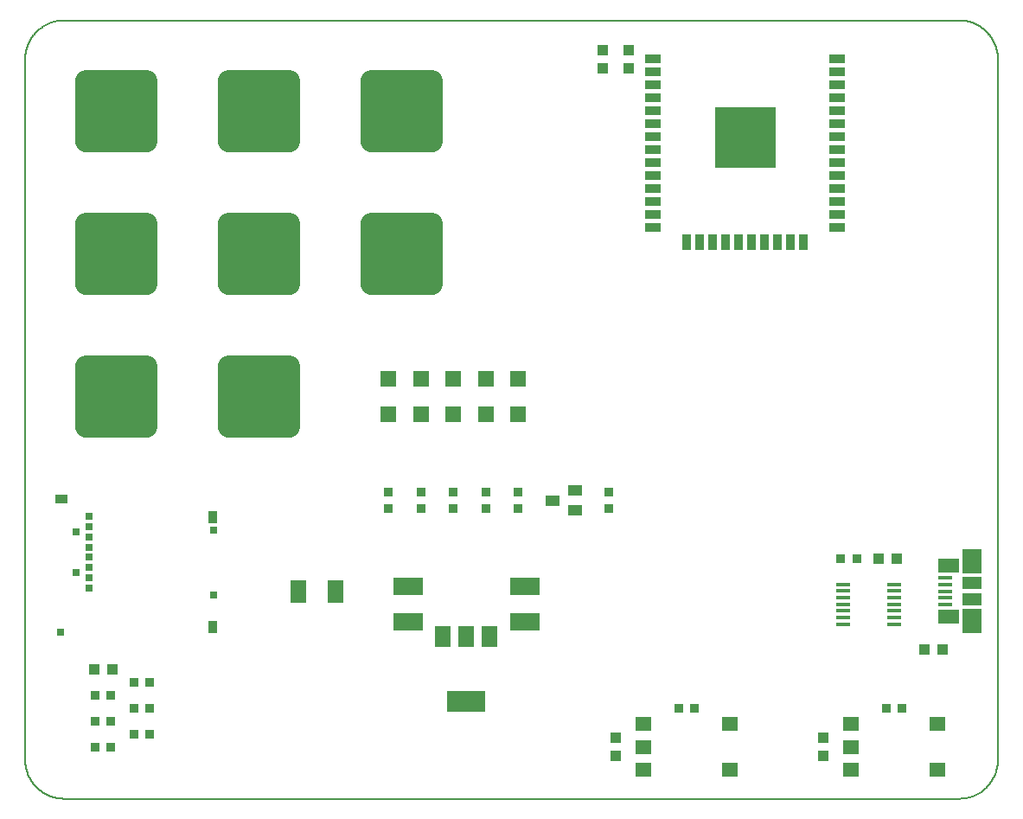
<source format=gtp>
G75*
%MOIN*%
%OFA0B0*%
%FSLAX25Y25*%
%IPPOS*%
%LPD*%
%AMOC8*
5,1,8,0,0,1.08239X$1,22.5*
%
%ADD10C,0.00600*%
%ADD11R,0.03937X0.03937*%
%ADD12C,0.07874*%
%ADD13C,0.00500*%
%ADD14R,0.11811X0.07087*%
%ADD15R,0.05984X0.08583*%
%ADD16R,0.06299X0.05906*%
%ADD17R,0.02953X0.02756*%
%ADD18R,0.02559X0.02756*%
%ADD19R,0.04528X0.03366*%
%ADD20R,0.03346X0.04724*%
%ADD21R,0.02953X0.02559*%
%ADD22R,0.03346X0.05118*%
%ADD23R,0.05512X0.03937*%
%ADD24R,0.03799X0.03799*%
%ADD25R,0.06299X0.05512*%
%ADD26R,0.05433X0.01772*%
%ADD27R,0.08268X0.05807*%
%ADD28R,0.07480X0.04626*%
%ADD29R,0.07480X0.09350*%
%ADD30R,0.05906X0.03543*%
%ADD31R,0.03543X0.05906*%
%ADD32R,0.23622X0.23622*%
%ADD33R,0.14961X0.07874*%
%ADD34R,0.05906X0.07874*%
%ADD35R,0.05709X0.01772*%
D10*
X0032595Y0038933D02*
X0032595Y0308933D01*
X0032599Y0309295D01*
X0032613Y0309658D01*
X0032634Y0310020D01*
X0032665Y0310381D01*
X0032704Y0310741D01*
X0032752Y0311100D01*
X0032809Y0311458D01*
X0032874Y0311815D01*
X0032948Y0312170D01*
X0033031Y0312523D01*
X0033122Y0312874D01*
X0033221Y0313222D01*
X0033329Y0313568D01*
X0033445Y0313912D01*
X0033570Y0314252D01*
X0033702Y0314589D01*
X0033843Y0314923D01*
X0033992Y0315254D01*
X0034149Y0315581D01*
X0034313Y0315904D01*
X0034485Y0316223D01*
X0034665Y0316537D01*
X0034853Y0316848D01*
X0035048Y0317153D01*
X0035250Y0317454D01*
X0035460Y0317750D01*
X0035676Y0318040D01*
X0035900Y0318326D01*
X0036130Y0318606D01*
X0036367Y0318880D01*
X0036611Y0319148D01*
X0036861Y0319411D01*
X0037117Y0319667D01*
X0037380Y0319917D01*
X0037648Y0320161D01*
X0037922Y0320398D01*
X0038202Y0320628D01*
X0038488Y0320852D01*
X0038778Y0321068D01*
X0039074Y0321278D01*
X0039375Y0321480D01*
X0039680Y0321675D01*
X0039991Y0321863D01*
X0040305Y0322043D01*
X0040624Y0322215D01*
X0040947Y0322379D01*
X0041274Y0322536D01*
X0041605Y0322685D01*
X0041939Y0322826D01*
X0042276Y0322958D01*
X0042616Y0323083D01*
X0042960Y0323199D01*
X0043306Y0323307D01*
X0043654Y0323406D01*
X0044005Y0323497D01*
X0044358Y0323580D01*
X0044713Y0323654D01*
X0045070Y0323719D01*
X0045428Y0323776D01*
X0045787Y0323824D01*
X0046147Y0323863D01*
X0046508Y0323894D01*
X0046870Y0323915D01*
X0047233Y0323929D01*
X0047595Y0323933D01*
X0392595Y0323933D01*
X0392957Y0323929D01*
X0393320Y0323915D01*
X0393682Y0323894D01*
X0394043Y0323863D01*
X0394403Y0323824D01*
X0394762Y0323776D01*
X0395120Y0323719D01*
X0395477Y0323654D01*
X0395832Y0323580D01*
X0396185Y0323497D01*
X0396536Y0323406D01*
X0396884Y0323307D01*
X0397230Y0323199D01*
X0397574Y0323083D01*
X0397914Y0322958D01*
X0398251Y0322826D01*
X0398585Y0322685D01*
X0398916Y0322536D01*
X0399243Y0322379D01*
X0399566Y0322215D01*
X0399885Y0322043D01*
X0400199Y0321863D01*
X0400510Y0321675D01*
X0400815Y0321480D01*
X0401116Y0321278D01*
X0401412Y0321068D01*
X0401702Y0320852D01*
X0401988Y0320628D01*
X0402268Y0320398D01*
X0402542Y0320161D01*
X0402810Y0319917D01*
X0403073Y0319667D01*
X0403329Y0319411D01*
X0403579Y0319148D01*
X0403823Y0318880D01*
X0404060Y0318606D01*
X0404290Y0318326D01*
X0404514Y0318040D01*
X0404730Y0317750D01*
X0404940Y0317454D01*
X0405142Y0317153D01*
X0405337Y0316848D01*
X0405525Y0316537D01*
X0405705Y0316223D01*
X0405877Y0315904D01*
X0406041Y0315581D01*
X0406198Y0315254D01*
X0406347Y0314923D01*
X0406488Y0314589D01*
X0406620Y0314252D01*
X0406745Y0313912D01*
X0406861Y0313568D01*
X0406969Y0313222D01*
X0407068Y0312874D01*
X0407159Y0312523D01*
X0407242Y0312170D01*
X0407316Y0311815D01*
X0407381Y0311458D01*
X0407438Y0311100D01*
X0407486Y0310741D01*
X0407525Y0310381D01*
X0407556Y0310020D01*
X0407577Y0309658D01*
X0407591Y0309295D01*
X0407595Y0308933D01*
X0407595Y0038933D01*
X0407591Y0038571D01*
X0407577Y0038208D01*
X0407556Y0037846D01*
X0407525Y0037485D01*
X0407486Y0037125D01*
X0407438Y0036766D01*
X0407381Y0036408D01*
X0407316Y0036051D01*
X0407242Y0035696D01*
X0407159Y0035343D01*
X0407068Y0034992D01*
X0406969Y0034644D01*
X0406861Y0034298D01*
X0406745Y0033954D01*
X0406620Y0033614D01*
X0406488Y0033277D01*
X0406347Y0032943D01*
X0406198Y0032612D01*
X0406041Y0032285D01*
X0405877Y0031962D01*
X0405705Y0031643D01*
X0405525Y0031329D01*
X0405337Y0031018D01*
X0405142Y0030713D01*
X0404940Y0030412D01*
X0404730Y0030116D01*
X0404514Y0029826D01*
X0404290Y0029540D01*
X0404060Y0029260D01*
X0403823Y0028986D01*
X0403579Y0028718D01*
X0403329Y0028455D01*
X0403073Y0028199D01*
X0402810Y0027949D01*
X0402542Y0027705D01*
X0402268Y0027468D01*
X0401988Y0027238D01*
X0401702Y0027014D01*
X0401412Y0026798D01*
X0401116Y0026588D01*
X0400815Y0026386D01*
X0400510Y0026191D01*
X0400199Y0026003D01*
X0399885Y0025823D01*
X0399566Y0025651D01*
X0399243Y0025487D01*
X0398916Y0025330D01*
X0398585Y0025181D01*
X0398251Y0025040D01*
X0397914Y0024908D01*
X0397574Y0024783D01*
X0397230Y0024667D01*
X0396884Y0024559D01*
X0396536Y0024460D01*
X0396185Y0024369D01*
X0395832Y0024286D01*
X0395477Y0024212D01*
X0395120Y0024147D01*
X0394762Y0024090D01*
X0394403Y0024042D01*
X0394043Y0024003D01*
X0393682Y0023972D01*
X0393320Y0023951D01*
X0392957Y0023937D01*
X0392595Y0023933D01*
X0047595Y0023933D01*
X0047233Y0023937D01*
X0046870Y0023951D01*
X0046508Y0023972D01*
X0046147Y0024003D01*
X0045787Y0024042D01*
X0045428Y0024090D01*
X0045070Y0024147D01*
X0044713Y0024212D01*
X0044358Y0024286D01*
X0044005Y0024369D01*
X0043654Y0024460D01*
X0043306Y0024559D01*
X0042960Y0024667D01*
X0042616Y0024783D01*
X0042276Y0024908D01*
X0041939Y0025040D01*
X0041605Y0025181D01*
X0041274Y0025330D01*
X0040947Y0025487D01*
X0040624Y0025651D01*
X0040305Y0025823D01*
X0039991Y0026003D01*
X0039680Y0026191D01*
X0039375Y0026386D01*
X0039074Y0026588D01*
X0038778Y0026798D01*
X0038488Y0027014D01*
X0038202Y0027238D01*
X0037922Y0027468D01*
X0037648Y0027705D01*
X0037380Y0027949D01*
X0037117Y0028199D01*
X0036861Y0028455D01*
X0036611Y0028718D01*
X0036367Y0028986D01*
X0036130Y0029260D01*
X0035900Y0029540D01*
X0035676Y0029826D01*
X0035460Y0030116D01*
X0035250Y0030412D01*
X0035048Y0030713D01*
X0034853Y0031018D01*
X0034665Y0031329D01*
X0034485Y0031643D01*
X0034313Y0031962D01*
X0034149Y0032285D01*
X0033992Y0032612D01*
X0033843Y0032943D01*
X0033702Y0033277D01*
X0033570Y0033614D01*
X0033445Y0033954D01*
X0033329Y0034298D01*
X0033221Y0034644D01*
X0033122Y0034992D01*
X0033031Y0035343D01*
X0032948Y0035696D01*
X0032874Y0036051D01*
X0032809Y0036408D01*
X0032752Y0036766D01*
X0032704Y0037125D01*
X0032665Y0037485D01*
X0032634Y0037846D01*
X0032613Y0038208D01*
X0032599Y0038571D01*
X0032595Y0038933D01*
D11*
X0059095Y0073933D03*
X0066095Y0073933D03*
X0260095Y0047433D03*
X0260095Y0040433D03*
X0340095Y0040433D03*
X0340095Y0047433D03*
X0379095Y0081433D03*
X0386095Y0081433D03*
X0368595Y0116433D03*
X0361595Y0116433D03*
X0265095Y0305433D03*
X0265095Y0312433D03*
X0255095Y0312433D03*
X0255095Y0305433D03*
D12*
X0189406Y0277122D02*
X0165784Y0277122D01*
X0165784Y0300744D01*
X0189406Y0300744D01*
X0189406Y0277122D01*
X0189406Y0284995D02*
X0165784Y0284995D01*
X0165784Y0292868D02*
X0189406Y0292868D01*
X0189406Y0300741D02*
X0165784Y0300741D01*
X0134406Y0277122D02*
X0110784Y0277122D01*
X0110784Y0300744D01*
X0134406Y0300744D01*
X0134406Y0277122D01*
X0134406Y0284995D02*
X0110784Y0284995D01*
X0110784Y0292868D02*
X0134406Y0292868D01*
X0134406Y0300741D02*
X0110784Y0300741D01*
X0079406Y0277122D02*
X0055784Y0277122D01*
X0055784Y0300744D01*
X0079406Y0300744D01*
X0079406Y0277122D01*
X0079406Y0284995D02*
X0055784Y0284995D01*
X0055784Y0292868D02*
X0079406Y0292868D01*
X0079406Y0300741D02*
X0055784Y0300741D01*
X0055784Y0222122D02*
X0079406Y0222122D01*
X0055784Y0222122D02*
X0055784Y0245744D01*
X0079406Y0245744D01*
X0079406Y0222122D01*
X0079406Y0229995D02*
X0055784Y0229995D01*
X0055784Y0237868D02*
X0079406Y0237868D01*
X0079406Y0245741D02*
X0055784Y0245741D01*
X0110784Y0222122D02*
X0134406Y0222122D01*
X0110784Y0222122D02*
X0110784Y0245744D01*
X0134406Y0245744D01*
X0134406Y0222122D01*
X0134406Y0229995D02*
X0110784Y0229995D01*
X0110784Y0237868D02*
X0134406Y0237868D01*
X0134406Y0245741D02*
X0110784Y0245741D01*
X0165784Y0222122D02*
X0189406Y0222122D01*
X0165784Y0222122D02*
X0165784Y0245744D01*
X0189406Y0245744D01*
X0189406Y0222122D01*
X0189406Y0229995D02*
X0165784Y0229995D01*
X0165784Y0237868D02*
X0189406Y0237868D01*
X0189406Y0245741D02*
X0165784Y0245741D01*
X0134406Y0167122D02*
X0110784Y0167122D01*
X0110784Y0190744D01*
X0134406Y0190744D01*
X0134406Y0167122D01*
X0134406Y0174995D02*
X0110784Y0174995D01*
X0110784Y0182868D02*
X0134406Y0182868D01*
X0134406Y0190741D02*
X0110784Y0190741D01*
X0079406Y0167122D02*
X0055784Y0167122D01*
X0055784Y0190744D01*
X0079406Y0190744D01*
X0079406Y0167122D01*
X0079406Y0174995D02*
X0055784Y0174995D01*
X0055784Y0182868D02*
X0079406Y0182868D01*
X0079406Y0190741D02*
X0055784Y0190741D01*
D13*
X0067595Y0181433D02*
X0067595Y0176433D01*
X0122595Y0176433D02*
X0122595Y0181433D01*
X0122595Y0231433D02*
X0122595Y0236433D01*
X0067595Y0236433D02*
X0067595Y0231433D01*
X0067595Y0286433D02*
X0067595Y0291433D01*
X0122595Y0291433D02*
X0122595Y0286433D01*
X0177595Y0286433D02*
X0177595Y0291433D01*
X0177595Y0236433D02*
X0177595Y0231433D01*
D14*
X0180095Y0105724D03*
X0180095Y0092142D03*
X0225095Y0092142D03*
X0225095Y0105724D03*
D15*
X0152300Y0103933D03*
X0137890Y0103933D03*
D16*
X0172595Y0172043D03*
X0185095Y0172043D03*
X0197595Y0172043D03*
X0210095Y0172043D03*
X0222595Y0172043D03*
X0222595Y0185823D03*
X0210095Y0185823D03*
X0197595Y0185823D03*
X0185095Y0185823D03*
X0172595Y0185823D03*
D17*
X0057103Y0132732D03*
X0057103Y0128795D03*
X0057103Y0124858D03*
X0057103Y0120921D03*
X0057103Y0116984D03*
X0057103Y0113047D03*
X0057103Y0109110D03*
X0057103Y0105173D03*
D18*
X0052379Y0111079D03*
X0052379Y0126827D03*
X0046276Y0088047D03*
D19*
X0046473Y0139583D03*
D20*
X0104938Y0132486D03*
D21*
X0105135Y0127614D03*
X0105135Y0102614D03*
D22*
X0104938Y0090262D03*
D23*
X0235764Y0138933D03*
X0244426Y0135193D03*
X0244426Y0142673D03*
D24*
X0257595Y0142033D03*
X0257595Y0135833D03*
X0222595Y0135833D03*
X0222595Y0142033D03*
X0210095Y0142033D03*
X0210095Y0135833D03*
X0197595Y0135833D03*
X0197595Y0142033D03*
X0185095Y0142033D03*
X0185095Y0135833D03*
X0172595Y0135833D03*
X0172595Y0142033D03*
X0080696Y0068933D03*
X0074495Y0068933D03*
X0065696Y0063933D03*
X0059495Y0063933D03*
X0059495Y0053933D03*
X0065696Y0053933D03*
X0074495Y0048933D03*
X0080696Y0048933D03*
X0080696Y0058933D03*
X0074495Y0058933D03*
X0065696Y0043933D03*
X0059495Y0043933D03*
X0284495Y0058933D03*
X0290696Y0058933D03*
X0364495Y0058933D03*
X0370696Y0058933D03*
X0353196Y0116433D03*
X0346995Y0116433D03*
D25*
X0351060Y0052791D03*
X0351060Y0043933D03*
X0351060Y0035075D03*
X0384131Y0035075D03*
X0384131Y0052791D03*
X0304131Y0052791D03*
X0304131Y0035075D03*
X0271060Y0035075D03*
X0271060Y0043933D03*
X0271060Y0052791D03*
D26*
X0387320Y0098815D03*
X0387320Y0101374D03*
X0387320Y0103933D03*
X0387320Y0106492D03*
X0387320Y0109051D03*
D27*
X0388540Y0113628D03*
X0388540Y0094238D03*
D28*
X0397595Y0100636D03*
X0397595Y0107230D03*
D29*
X0397595Y0115400D03*
X0397595Y0092467D03*
D30*
X0345528Y0244248D03*
X0345528Y0249248D03*
X0345528Y0254248D03*
X0345528Y0259248D03*
X0345528Y0264248D03*
X0345528Y0269248D03*
X0345528Y0274248D03*
X0345528Y0279248D03*
X0345528Y0284248D03*
X0345528Y0289248D03*
X0345528Y0294248D03*
X0345528Y0299248D03*
X0345528Y0304248D03*
X0345528Y0309248D03*
X0274662Y0309248D03*
X0274662Y0304248D03*
X0274662Y0299248D03*
X0274662Y0294248D03*
X0274662Y0289248D03*
X0274662Y0284248D03*
X0274662Y0279248D03*
X0274662Y0274248D03*
X0274662Y0269248D03*
X0274662Y0264248D03*
X0274662Y0259248D03*
X0274662Y0254248D03*
X0274662Y0249248D03*
X0274662Y0244248D03*
D31*
X0287595Y0238382D03*
X0292595Y0238382D03*
X0297595Y0238382D03*
X0302595Y0238382D03*
X0307595Y0238382D03*
X0312595Y0238382D03*
X0317595Y0238382D03*
X0322595Y0238382D03*
X0327595Y0238382D03*
X0332595Y0238382D03*
D32*
X0310095Y0278933D03*
D33*
X0202595Y0061335D03*
D34*
X0202595Y0086531D03*
X0193540Y0086531D03*
X0211650Y0086531D03*
D35*
X0347753Y0091256D03*
X0347753Y0093815D03*
X0347753Y0096374D03*
X0347753Y0098933D03*
X0347753Y0101492D03*
X0347753Y0104051D03*
X0347753Y0106610D03*
X0367438Y0106610D03*
X0367438Y0104051D03*
X0367438Y0101492D03*
X0367438Y0098933D03*
X0367438Y0096374D03*
X0367438Y0093815D03*
X0367438Y0091256D03*
M02*

</source>
